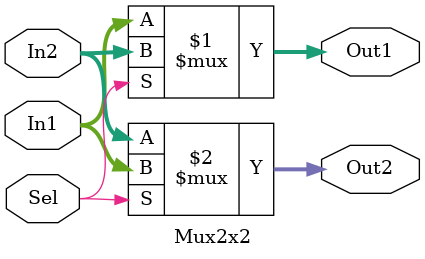
<source format=v>
module Mux2x2  #(
	parameter W = 4
) (
	input 	wire [W-1:0] 	In1,
	input 	wire [W-1:0] 	In2,
	input 	wire  			Sel,
	output 	wire [W-1:0]	Out1,
	output 	wire [W-1:0]	Out2
);

	assign Out1 = (Sel) ? In2 : In1;
	assign Out2 = (Sel) ? In1 : In2;

endmodule
</source>
